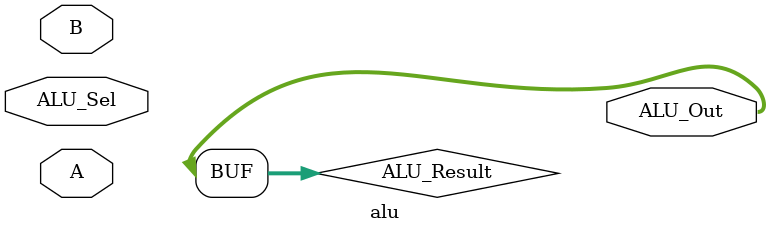
<source format=sv>
`timescale 1ns / 1ps

module alu(input [15:0] A,B,  // ALU 16-bit Inputs
           input [3:0] ALU_Sel,// ALU Selection
           output [15:0] ALU_Out // ALU 16-bit Output
         );
   reg [15:0] ALU_Result;
   wire [15:0] tmp;
   assign ALU_Out = ALU_Result; // ALU out
   
   always @(*) 
   begin
      case (ALU_Sel) 
      
      endcase
   end
endmodule

</source>
